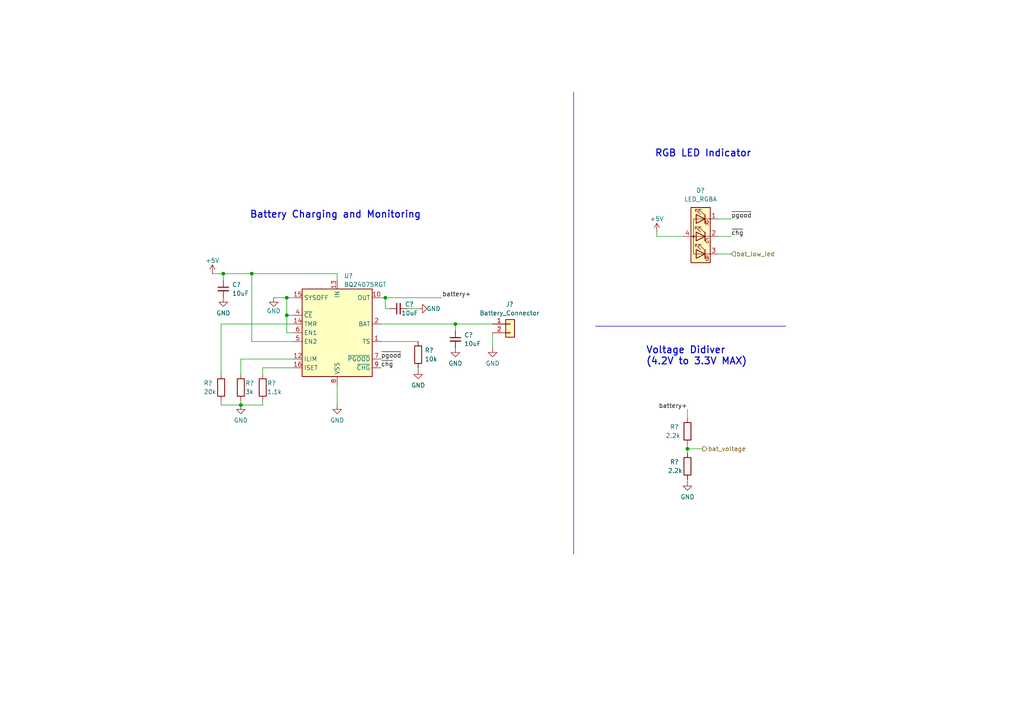
<source format=kicad_sch>
(kicad_sch (version 20230121) (generator eeschema)

  (uuid a55101a6-3077-4bea-b068-7b4484a1d5e7)

  (paper "A4")

  (lib_symbols
    (symbol "BQ24075RGT_1" (in_bom yes) (on_board yes)
      (property "Reference" "U" (at -8.89 13.97 0)
        (effects (font (size 1.27 1.27)) (justify right))
      )
      (property "Value" "BQ24075RGT" (at 16.51 13.97 0)
        (effects (font (size 1.27 1.27)) (justify right))
      )
      (property "Footprint" "Package_DFN_QFN:VQFN-16-1EP_3x3mm_P0.5mm_EP1.6x1.6mm" (at 7.62 -13.97 0)
        (effects (font (size 1.27 1.27)) (justify left) hide)
      )
      (property "Datasheet" "http://www.ti.com/lit/ds/symlink/bq24075.pdf" (at 7.62 5.08 0)
        (effects (font (size 1.27 1.27)) hide)
      )
      (property "ki_keywords" "USB Charger" (at 0 0 0)
        (effects (font (size 1.27 1.27)) hide)
      )
      (property "ki_description" "USB-Friendly Li-Ion Battery Charger and Power-Path Management, VQFN-16" (at 0 0 0)
        (effects (font (size 1.27 1.27)) hide)
      )
      (property "ki_fp_filters" "VQFN*1EP*3x3mm*P0.5mm*" (at 0 0 0)
        (effects (font (size 1.27 1.27)) hide)
      )
      (symbol "BQ24075RGT_1_0_1"
        (rectangle (start -10.16 12.7) (end 10.16 -12.7)
          (stroke (width 0.254) (type default))
          (fill (type background))
        )
      )
      (symbol "BQ24075RGT_1_1_1"
        (pin passive line (at 12.7 -2.54 180) (length 2.54)
          (name "TS" (effects (font (size 1.27 1.27))))
          (number "1" (effects (font (size 1.27 1.27))))
        )
        (pin power_out line (at 12.7 10.16 180) (length 2.54)
          (name "OUT" (effects (font (size 1.27 1.27))))
          (number "10" (effects (font (size 1.27 1.27))))
        )
        (pin passive line (at 12.7 10.16 180) (length 2.54) hide
          (name "OUT" (effects (font (size 1.27 1.27))))
          (number "11" (effects (font (size 1.27 1.27))))
        )
        (pin passive line (at -12.7 -7.62 0) (length 2.54)
          (name "ILIM" (effects (font (size 1.27 1.27))))
          (number "12" (effects (font (size 1.27 1.27))))
        )
        (pin power_in line (at 0 15.24 270) (length 2.54)
          (name "IN" (effects (font (size 1.27 1.27))))
          (number "13" (effects (font (size 1.27 1.27))))
        )
        (pin input line (at -12.7 2.54 0) (length 2.54)
          (name "TMR" (effects (font (size 1.27 1.27))))
          (number "14" (effects (font (size 1.27 1.27))))
        )
        (pin input line (at -12.7 10.16 0) (length 2.54)
          (name "SYSOFF" (effects (font (size 1.27 1.27))))
          (number "15" (effects (font (size 1.27 1.27))))
        )
        (pin passive line (at -12.7 -10.16 0) (length 2.54)
          (name "ISET" (effects (font (size 1.27 1.27))))
          (number "16" (effects (font (size 1.27 1.27))))
        )
        (pin passive line (at 0 -15.24 90) (length 2.54) hide
          (name "VSS" (effects (font (size 1.27 1.27))))
          (number "17" (effects (font (size 1.27 1.27))))
        )
        (pin power_out line (at 12.7 2.54 180) (length 2.54)
          (name "BAT" (effects (font (size 1.27 1.27))))
          (number "2" (effects (font (size 1.27 1.27))))
        )
        (pin passive line (at 12.7 2.54 180) (length 2.54) hide
          (name "BAT" (effects (font (size 1.27 1.27))))
          (number "3" (effects (font (size 1.27 1.27))))
        )
        (pin input line (at -12.7 5.08 0) (length 2.54)
          (name "~{CE}" (effects (font (size 1.27 1.27))))
          (number "4" (effects (font (size 1.27 1.27))))
        )
        (pin input line (at -12.7 -2.54 0) (length 2.54)
          (name "EN2" (effects (font (size 1.27 1.27))))
          (number "5" (effects (font (size 1.27 1.27))))
        )
        (pin input line (at -12.7 0 0) (length 2.54)
          (name "EN1" (effects (font (size 1.27 1.27))))
          (number "6" (effects (font (size 1.27 1.27))))
        )
        (pin open_collector line (at 12.7 -7.62 180) (length 2.54)
          (name "~{PGOOD}" (effects (font (size 1.27 1.27))))
          (number "7" (effects (font (size 1.27 1.27))))
        )
        (pin power_in line (at 0 -15.24 90) (length 2.54)
          (name "VSS" (effects (font (size 1.27 1.27))))
          (number "8" (effects (font (size 1.27 1.27))))
        )
        (pin open_collector line (at 12.7 -10.16 180) (length 2.54)
          (name "~{CHG}" (effects (font (size 1.27 1.27))))
          (number "9" (effects (font (size 1.27 1.27))))
        )
      )
    )
    (symbol "Connector_Generic:Conn_01x02" (pin_names (offset 1.016) hide) (in_bom yes) (on_board yes)
      (property "Reference" "J" (at 0 2.54 0)
        (effects (font (size 1.27 1.27)))
      )
      (property "Value" "Conn_01x02" (at 0 -5.08 0)
        (effects (font (size 1.27 1.27)))
      )
      (property "Footprint" "" (at 0 0 0)
        (effects (font (size 1.27 1.27)) hide)
      )
      (property "Datasheet" "~" (at 0 0 0)
        (effects (font (size 1.27 1.27)) hide)
      )
      (property "ki_keywords" "connector" (at 0 0 0)
        (effects (font (size 1.27 1.27)) hide)
      )
      (property "ki_description" "Generic connector, single row, 01x02, script generated (kicad-library-utils/schlib/autogen/connector/)" (at 0 0 0)
        (effects (font (size 1.27 1.27)) hide)
      )
      (property "ki_fp_filters" "Connector*:*_1x??_*" (at 0 0 0)
        (effects (font (size 1.27 1.27)) hide)
      )
      (symbol "Conn_01x02_1_1"
        (rectangle (start -1.27 -2.413) (end 0 -2.667)
          (stroke (width 0.1524) (type default))
          (fill (type none))
        )
        (rectangle (start -1.27 0.127) (end 0 -0.127)
          (stroke (width 0.1524) (type default))
          (fill (type none))
        )
        (rectangle (start -1.27 1.27) (end 1.27 -3.81)
          (stroke (width 0.254) (type default))
          (fill (type background))
        )
        (pin passive line (at -5.08 0 0) (length 3.81)
          (name "Pin_1" (effects (font (size 1.27 1.27))))
          (number "1" (effects (font (size 1.27 1.27))))
        )
        (pin passive line (at -5.08 -2.54 0) (length 3.81)
          (name "Pin_2" (effects (font (size 1.27 1.27))))
          (number "2" (effects (font (size 1.27 1.27))))
        )
      )
    )
    (symbol "Device:C_Small" (pin_numbers hide) (pin_names (offset 0.254) hide) (in_bom yes) (on_board yes)
      (property "Reference" "C" (at 0.254 1.778 0)
        (effects (font (size 1.27 1.27)) (justify left))
      )
      (property "Value" "C_Small" (at 0.254 -2.032 0)
        (effects (font (size 1.27 1.27)) (justify left))
      )
      (property "Footprint" "" (at 0 0 0)
        (effects (font (size 1.27 1.27)) hide)
      )
      (property "Datasheet" "~" (at 0 0 0)
        (effects (font (size 1.27 1.27)) hide)
      )
      (property "ki_keywords" "capacitor cap" (at 0 0 0)
        (effects (font (size 1.27 1.27)) hide)
      )
      (property "ki_description" "Unpolarized capacitor, small symbol" (at 0 0 0)
        (effects (font (size 1.27 1.27)) hide)
      )
      (property "ki_fp_filters" "C_*" (at 0 0 0)
        (effects (font (size 1.27 1.27)) hide)
      )
      (symbol "C_Small_0_1"
        (polyline
          (pts
            (xy -1.524 -0.508)
            (xy 1.524 -0.508)
          )
          (stroke (width 0.3302) (type default))
          (fill (type none))
        )
        (polyline
          (pts
            (xy -1.524 0.508)
            (xy 1.524 0.508)
          )
          (stroke (width 0.3048) (type default))
          (fill (type none))
        )
      )
      (symbol "C_Small_1_1"
        (pin passive line (at 0 2.54 270) (length 2.032)
          (name "~" (effects (font (size 1.27 1.27))))
          (number "1" (effects (font (size 1.27 1.27))))
        )
        (pin passive line (at 0 -2.54 90) (length 2.032)
          (name "~" (effects (font (size 1.27 1.27))))
          (number "2" (effects (font (size 1.27 1.27))))
        )
      )
    )
    (symbol "Device:LED_RGBA" (pin_names (offset 0) hide) (in_bom yes) (on_board yes)
      (property "Reference" "D" (at 0 9.398 0)
        (effects (font (size 1.27 1.27)))
      )
      (property "Value" "LED_RGBA" (at 0 -8.89 0)
        (effects (font (size 1.27 1.27)))
      )
      (property "Footprint" "" (at 0 -1.27 0)
        (effects (font (size 1.27 1.27)) hide)
      )
      (property "Datasheet" "~" (at 0 -1.27 0)
        (effects (font (size 1.27 1.27)) hide)
      )
      (property "ki_keywords" "LED RGB diode" (at 0 0 0)
        (effects (font (size 1.27 1.27)) hide)
      )
      (property "ki_description" "RGB LED, red/green/blue/anode" (at 0 0 0)
        (effects (font (size 1.27 1.27)) hide)
      )
      (property "ki_fp_filters" "LED* LED_SMD:* LED_THT:*" (at 0 0 0)
        (effects (font (size 1.27 1.27)) hide)
      )
      (symbol "LED_RGBA_0_0"
        (text "B" (at -1.905 -6.35 0)
          (effects (font (size 1.27 1.27)))
        )
        (text "G" (at -1.905 -1.27 0)
          (effects (font (size 1.27 1.27)))
        )
        (text "R" (at -1.905 3.81 0)
          (effects (font (size 1.27 1.27)))
        )
      )
      (symbol "LED_RGBA_0_1"
        (polyline
          (pts
            (xy -1.27 -5.08)
            (xy -2.54 -5.08)
          )
          (stroke (width 0) (type default))
          (fill (type none))
        )
        (polyline
          (pts
            (xy -1.27 -5.08)
            (xy 1.27 -5.08)
          )
          (stroke (width 0) (type default))
          (fill (type none))
        )
        (polyline
          (pts
            (xy -1.27 -3.81)
            (xy -1.27 -6.35)
          )
          (stroke (width 0.254) (type default))
          (fill (type none))
        )
        (polyline
          (pts
            (xy -1.27 0)
            (xy -2.54 0)
          )
          (stroke (width 0) (type default))
          (fill (type none))
        )
        (polyline
          (pts
            (xy -1.27 1.27)
            (xy -1.27 -1.27)
          )
          (stroke (width 0.254) (type default))
          (fill (type none))
        )
        (polyline
          (pts
            (xy -1.27 5.08)
            (xy -2.54 5.08)
          )
          (stroke (width 0) (type default))
          (fill (type none))
        )
        (polyline
          (pts
            (xy -1.27 5.08)
            (xy 1.27 5.08)
          )
          (stroke (width 0) (type default))
          (fill (type none))
        )
        (polyline
          (pts
            (xy -1.27 6.35)
            (xy -1.27 3.81)
          )
          (stroke (width 0.254) (type default))
          (fill (type none))
        )
        (polyline
          (pts
            (xy 1.27 0)
            (xy -1.27 0)
          )
          (stroke (width 0) (type default))
          (fill (type none))
        )
        (polyline
          (pts
            (xy 1.27 0)
            (xy 2.54 0)
          )
          (stroke (width 0) (type default))
          (fill (type none))
        )
        (polyline
          (pts
            (xy -1.27 1.27)
            (xy -1.27 -1.27)
            (xy -1.27 -1.27)
          )
          (stroke (width 0) (type default))
          (fill (type none))
        )
        (polyline
          (pts
            (xy -1.27 6.35)
            (xy -1.27 3.81)
            (xy -1.27 3.81)
          )
          (stroke (width 0) (type default))
          (fill (type none))
        )
        (polyline
          (pts
            (xy 1.27 -5.08)
            (xy 2.032 -5.08)
            (xy 2.032 5.08)
            (xy 1.27 5.08)
          )
          (stroke (width 0) (type default))
          (fill (type none))
        )
        (polyline
          (pts
            (xy 1.27 -3.81)
            (xy 1.27 -6.35)
            (xy -1.27 -5.08)
            (xy 1.27 -3.81)
          )
          (stroke (width 0.254) (type default))
          (fill (type none))
        )
        (polyline
          (pts
            (xy 1.27 1.27)
            (xy 1.27 -1.27)
            (xy -1.27 0)
            (xy 1.27 1.27)
          )
          (stroke (width 0.254) (type default))
          (fill (type none))
        )
        (polyline
          (pts
            (xy 1.27 6.35)
            (xy 1.27 3.81)
            (xy -1.27 5.08)
            (xy 1.27 6.35)
          )
          (stroke (width 0.254) (type default))
          (fill (type none))
        )
        (polyline
          (pts
            (xy -1.016 -3.81)
            (xy 0.508 -2.286)
            (xy -0.254 -2.286)
            (xy 0.508 -2.286)
            (xy 0.508 -3.048)
          )
          (stroke (width 0) (type default))
          (fill (type none))
        )
        (polyline
          (pts
            (xy -1.016 1.27)
            (xy 0.508 2.794)
            (xy -0.254 2.794)
            (xy 0.508 2.794)
            (xy 0.508 2.032)
          )
          (stroke (width 0) (type default))
          (fill (type none))
        )
        (polyline
          (pts
            (xy -1.016 6.35)
            (xy 0.508 7.874)
            (xy -0.254 7.874)
            (xy 0.508 7.874)
            (xy 0.508 7.112)
          )
          (stroke (width 0) (type default))
          (fill (type none))
        )
        (polyline
          (pts
            (xy 0 -3.81)
            (xy 1.524 -2.286)
            (xy 0.762 -2.286)
            (xy 1.524 -2.286)
            (xy 1.524 -3.048)
          )
          (stroke (width 0) (type default))
          (fill (type none))
        )
        (polyline
          (pts
            (xy 0 1.27)
            (xy 1.524 2.794)
            (xy 0.762 2.794)
            (xy 1.524 2.794)
            (xy 1.524 2.032)
          )
          (stroke (width 0) (type default))
          (fill (type none))
        )
        (polyline
          (pts
            (xy 0 6.35)
            (xy 1.524 7.874)
            (xy 0.762 7.874)
            (xy 1.524 7.874)
            (xy 1.524 7.112)
          )
          (stroke (width 0) (type default))
          (fill (type none))
        )
        (rectangle (start 1.27 -1.27) (end 1.27 1.27)
          (stroke (width 0) (type default))
          (fill (type none))
        )
        (rectangle (start 1.27 1.27) (end 1.27 1.27)
          (stroke (width 0) (type default))
          (fill (type none))
        )
        (rectangle (start 1.27 3.81) (end 1.27 6.35)
          (stroke (width 0) (type default))
          (fill (type none))
        )
        (rectangle (start 1.27 6.35) (end 1.27 6.35)
          (stroke (width 0) (type default))
          (fill (type none))
        )
        (circle (center 2.032 0) (radius 0.254)
          (stroke (width 0) (type default))
          (fill (type outline))
        )
        (rectangle (start 2.794 8.382) (end -2.794 -7.62)
          (stroke (width 0.254) (type default))
          (fill (type background))
        )
      )
      (symbol "LED_RGBA_1_1"
        (pin passive line (at -5.08 5.08 0) (length 2.54)
          (name "RK" (effects (font (size 1.27 1.27))))
          (number "1" (effects (font (size 1.27 1.27))))
        )
        (pin passive line (at -5.08 0 0) (length 2.54)
          (name "GK" (effects (font (size 1.27 1.27))))
          (number "2" (effects (font (size 1.27 1.27))))
        )
        (pin passive line (at -5.08 -5.08 0) (length 2.54)
          (name "BK" (effects (font (size 1.27 1.27))))
          (number "3" (effects (font (size 1.27 1.27))))
        )
        (pin passive line (at 5.08 0 180) (length 2.54)
          (name "A" (effects (font (size 1.27 1.27))))
          (number "4" (effects (font (size 1.27 1.27))))
        )
      )
    )
    (symbol "Device:R" (pin_numbers hide) (pin_names (offset 0)) (in_bom yes) (on_board yes)
      (property "Reference" "R" (at 2.032 0 90)
        (effects (font (size 1.27 1.27)))
      )
      (property "Value" "R" (at 0 0 90)
        (effects (font (size 1.27 1.27)))
      )
      (property "Footprint" "" (at -1.778 0 90)
        (effects (font (size 1.27 1.27)) hide)
      )
      (property "Datasheet" "~" (at 0 0 0)
        (effects (font (size 1.27 1.27)) hide)
      )
      (property "ki_keywords" "R res resistor" (at 0 0 0)
        (effects (font (size 1.27 1.27)) hide)
      )
      (property "ki_description" "Resistor" (at 0 0 0)
        (effects (font (size 1.27 1.27)) hide)
      )
      (property "ki_fp_filters" "R_*" (at 0 0 0)
        (effects (font (size 1.27 1.27)) hide)
      )
      (symbol "R_0_1"
        (rectangle (start -1.016 -2.54) (end 1.016 2.54)
          (stroke (width 0.254) (type default))
          (fill (type none))
        )
      )
      (symbol "R_1_1"
        (pin passive line (at 0 3.81 270) (length 1.27)
          (name "~" (effects (font (size 1.27 1.27))))
          (number "1" (effects (font (size 1.27 1.27))))
        )
        (pin passive line (at 0 -3.81 90) (length 1.27)
          (name "~" (effects (font (size 1.27 1.27))))
          (number "2" (effects (font (size 1.27 1.27))))
        )
      )
    )
    (symbol "power:+5V" (power) (pin_names (offset 0)) (in_bom yes) (on_board yes)
      (property "Reference" "#PWR" (at 0 -3.81 0)
        (effects (font (size 1.27 1.27)) hide)
      )
      (property "Value" "+5V" (at 0 3.556 0)
        (effects (font (size 1.27 1.27)))
      )
      (property "Footprint" "" (at 0 0 0)
        (effects (font (size 1.27 1.27)) hide)
      )
      (property "Datasheet" "" (at 0 0 0)
        (effects (font (size 1.27 1.27)) hide)
      )
      (property "ki_keywords" "global power" (at 0 0 0)
        (effects (font (size 1.27 1.27)) hide)
      )
      (property "ki_description" "Power symbol creates a global label with name \"+5V\"" (at 0 0 0)
        (effects (font (size 1.27 1.27)) hide)
      )
      (symbol "+5V_0_1"
        (polyline
          (pts
            (xy -0.762 1.27)
            (xy 0 2.54)
          )
          (stroke (width 0) (type default))
          (fill (type none))
        )
        (polyline
          (pts
            (xy 0 0)
            (xy 0 2.54)
          )
          (stroke (width 0) (type default))
          (fill (type none))
        )
        (polyline
          (pts
            (xy 0 2.54)
            (xy 0.762 1.27)
          )
          (stroke (width 0) (type default))
          (fill (type none))
        )
      )
      (symbol "+5V_1_1"
        (pin power_in line (at 0 0 90) (length 0) hide
          (name "+5V" (effects (font (size 1.27 1.27))))
          (number "1" (effects (font (size 1.27 1.27))))
        )
      )
    )
    (symbol "power:GND" (power) (pin_names (offset 0)) (in_bom yes) (on_board yes)
      (property "Reference" "#PWR" (at 0 -6.35 0)
        (effects (font (size 1.27 1.27)) hide)
      )
      (property "Value" "GND" (at 0 -3.81 0)
        (effects (font (size 1.27 1.27)))
      )
      (property "Footprint" "" (at 0 0 0)
        (effects (font (size 1.27 1.27)) hide)
      )
      (property "Datasheet" "" (at 0 0 0)
        (effects (font (size 1.27 1.27)) hide)
      )
      (property "ki_keywords" "global power" (at 0 0 0)
        (effects (font (size 1.27 1.27)) hide)
      )
      (property "ki_description" "Power symbol creates a global label with name \"GND\" , ground" (at 0 0 0)
        (effects (font (size 1.27 1.27)) hide)
      )
      (symbol "GND_0_1"
        (polyline
          (pts
            (xy 0 0)
            (xy 0 -1.27)
            (xy 1.27 -1.27)
            (xy 0 -2.54)
            (xy -1.27 -1.27)
            (xy 0 -1.27)
          )
          (stroke (width 0) (type default))
          (fill (type none))
        )
      )
      (symbol "GND_1_1"
        (pin power_in line (at 0 0 270) (length 0) hide
          (name "GND" (effects (font (size 1.27 1.27))))
          (number "1" (effects (font (size 1.27 1.27))))
        )
      )
    )
  )

  (junction (at 83.185 91.44) (diameter 0) (color 0 0 0 0)
    (uuid 06a311a0-08df-4172-9316-0b6ad4ffa1a6)
  )
  (junction (at 199.39 130.175) (diameter 0) (color 0 0 0 0)
    (uuid 72d50acc-af96-4664-895c-7e40e4bec8e5)
  )
  (junction (at 111.76 86.36) (diameter 0) (color 0 0 0 0)
    (uuid 8f190e7f-24e9-4580-86cc-2be7cc5656d7)
  )
  (junction (at 69.85 117.475) (diameter 0) (color 0 0 0 0)
    (uuid 932c0f1b-e8f9-4dee-960e-b95837c99a01)
  )
  (junction (at 64.77 79.375) (diameter 0) (color 0 0 0 0)
    (uuid 9eebcfa9-42d2-48e1-9d91-f98f131e6272)
  )
  (junction (at 83.185 86.36) (diameter 0) (color 0 0 0 0)
    (uuid ac120eab-0c01-4b21-95b1-f0a5b1d699b4)
  )
  (junction (at 73.025 79.375) (diameter 0) (color 0 0 0 0)
    (uuid d6577608-8ae7-4eb8-81bc-e5d104a9e92c)
  )
  (junction (at 132.08 93.98) (diameter 0) (color 0 0 0 0)
    (uuid f0d1f629-c2bb-438b-ad53-01eed0ad6051)
  )

  (wire (pts (xy 79.375 86.36) (xy 83.185 86.36))
    (stroke (width 0) (type default))
    (uuid 078eaa42-26d4-4532-97da-a68f433714e5)
  )
  (wire (pts (xy 97.79 79.375) (xy 97.79 81.28))
    (stroke (width 0) (type default))
    (uuid 09f466ce-f261-47e8-9b90-2b80770fbef6)
  )
  (wire (pts (xy 132.08 95.885) (xy 132.08 93.98))
    (stroke (width 0) (type default))
    (uuid 0ab80275-95dc-459c-af43-8d956bfbaef6)
  )
  (polyline (pts (xy 166.37 26.67) (xy 166.37 160.655))
    (stroke (width 0) (type default))
    (uuid 13354173-2997-4a9f-a5c7-ed5c71cdc323)
  )

  (wire (pts (xy 85.09 86.36) (xy 83.185 86.36))
    (stroke (width 0) (type default))
    (uuid 13e75bfd-bf97-4984-b14f-e716b28d969f)
  )
  (wire (pts (xy 113.03 89.535) (xy 111.76 89.535))
    (stroke (width 0) (type default))
    (uuid 1bdde35e-c8a4-431f-9ae3-9d6a7dc2c298)
  )
  (wire (pts (xy 199.39 130.175) (xy 203.835 130.175))
    (stroke (width 0) (type default))
    (uuid 2496cb56-10ca-4dfb-a165-7906e0ac8581)
  )
  (wire (pts (xy 212.09 63.5) (xy 208.28 63.5))
    (stroke (width 0) (type default))
    (uuid 26946cb6-baf9-4b7b-8188-2519815bb0b2)
  )
  (wire (pts (xy 83.185 91.44) (xy 83.185 96.52))
    (stroke (width 0) (type default))
    (uuid 2a87a87c-7e42-44ee-984e-fc2d519f5fd5)
  )
  (wire (pts (xy 83.185 91.44) (xy 85.09 91.44))
    (stroke (width 0) (type default))
    (uuid 32b825bf-0488-4bfb-8b17-b01dad475a9b)
  )
  (wire (pts (xy 76.2 106.68) (xy 76.2 108.585))
    (stroke (width 0) (type default))
    (uuid 35c7b82a-3669-4fd3-bcee-05bcf4e8347a)
  )
  (wire (pts (xy 64.77 79.375) (xy 73.025 79.375))
    (stroke (width 0) (type default))
    (uuid 3817ad66-74da-4a86-b30d-b91d9b2d5a3e)
  )
  (wire (pts (xy 76.2 117.475) (xy 76.2 116.205))
    (stroke (width 0) (type default))
    (uuid 4466ac05-f1be-4aad-908d-77aa31b86641)
  )
  (wire (pts (xy 212.09 68.58) (xy 208.28 68.58))
    (stroke (width 0) (type default))
    (uuid 561dc0b1-ca86-4ce9-a30c-ef17810cd974)
  )
  (polyline (pts (xy 172.72 94.615) (xy 227.965 94.615))
    (stroke (width 0) (type default))
    (uuid 5a5d690a-ab8b-4b17-98ed-714f90b780b2)
  )

  (wire (pts (xy 83.185 96.52) (xy 85.09 96.52))
    (stroke (width 0) (type default))
    (uuid 5d03c157-5594-461c-8dee-a17c5af6a0e0)
  )
  (wire (pts (xy 97.79 117.475) (xy 97.79 111.76))
    (stroke (width 0) (type default))
    (uuid 5e5a4f37-0de5-41b4-a2b2-47e434457132)
  )
  (wire (pts (xy 121.285 107.315) (xy 121.285 106.68))
    (stroke (width 0) (type default))
    (uuid 614b631b-103a-4622-999c-608ab0cc3857)
  )
  (wire (pts (xy 69.85 117.475) (xy 76.2 117.475))
    (stroke (width 0) (type default))
    (uuid 643d0c8a-59d1-4186-9dc3-08198e0ee976)
  )
  (wire (pts (xy 61.595 79.375) (xy 64.77 79.375))
    (stroke (width 0) (type default))
    (uuid 7d838f83-978b-46d2-8def-3c3cc71c602a)
  )
  (wire (pts (xy 199.39 118.745) (xy 199.39 121.285))
    (stroke (width 0) (type default))
    (uuid 82605f04-439b-44b6-878f-d7f00ebd0dbe)
  )
  (wire (pts (xy 69.85 108.585) (xy 69.85 104.14))
    (stroke (width 0) (type default))
    (uuid 831d1553-57dc-4c4d-be30-1e22b816c365)
  )
  (wire (pts (xy 85.09 106.68) (xy 76.2 106.68))
    (stroke (width 0) (type default))
    (uuid 859f1d2e-ef1a-465b-b2fd-75c432626384)
  )
  (wire (pts (xy 190.5 68.58) (xy 198.12 68.58))
    (stroke (width 0) (type default))
    (uuid 8fbf7f26-3380-47ce-9807-b6f8d421876c)
  )
  (wire (pts (xy 110.49 86.36) (xy 111.76 86.36))
    (stroke (width 0) (type default))
    (uuid 944acba4-1617-4c8e-acdc-c7089b731f07)
  )
  (wire (pts (xy 83.185 86.36) (xy 83.185 91.44))
    (stroke (width 0) (type default))
    (uuid 954286ec-7460-4ebd-9e9a-18e74d7a3270)
  )
  (wire (pts (xy 111.76 89.535) (xy 111.76 86.36))
    (stroke (width 0) (type default))
    (uuid 9e290873-f636-45a2-a759-733be6c1be6f)
  )
  (wire (pts (xy 121.285 89.535) (xy 118.11 89.535))
    (stroke (width 0) (type default))
    (uuid 9e3bd742-63a1-4139-9e1a-59e6e563e56e)
  )
  (wire (pts (xy 142.875 96.52) (xy 142.875 100.965))
    (stroke (width 0) (type default))
    (uuid a2b68575-21a6-4a14-93b8-17a8097760ec)
  )
  (wire (pts (xy 69.85 104.14) (xy 85.09 104.14))
    (stroke (width 0) (type default))
    (uuid a6513d6e-5cb2-4675-ac87-27e73fc906e6)
  )
  (wire (pts (xy 132.08 93.98) (xy 142.875 93.98))
    (stroke (width 0) (type default))
    (uuid add332db-7820-4d15-9bac-e118d87a14fc)
  )
  (wire (pts (xy 64.135 117.475) (xy 64.135 116.205))
    (stroke (width 0) (type default))
    (uuid b3ec7e26-f70e-4f28-8fb5-9539f80b8409)
  )
  (wire (pts (xy 73.025 79.375) (xy 97.79 79.375))
    (stroke (width 0) (type default))
    (uuid b8445e22-0617-4e9f-a05c-359d9c7da80e)
  )
  (wire (pts (xy 199.39 128.905) (xy 199.39 130.175))
    (stroke (width 0) (type default))
    (uuid bde5e933-7517-4c7a-a51e-0b8e4885e368)
  )
  (wire (pts (xy 64.135 93.98) (xy 64.135 108.585))
    (stroke (width 0) (type default))
    (uuid c29b27c5-53c2-4d73-b461-2fba34efe8e2)
  )
  (wire (pts (xy 199.39 139.7) (xy 199.39 139.065))
    (stroke (width 0) (type default))
    (uuid c508af33-3413-4d79-a4e5-0f19d8e193f6)
  )
  (wire (pts (xy 111.76 86.36) (xy 128.27 86.36))
    (stroke (width 0) (type default))
    (uuid cc9e1eea-96dc-420a-ab0c-a452e391b8b4)
  )
  (wire (pts (xy 69.85 116.205) (xy 69.85 117.475))
    (stroke (width 0) (type default))
    (uuid cdbf85c5-84dd-45b9-9383-7febbd2859e3)
  )
  (wire (pts (xy 64.77 81.28) (xy 64.77 79.375))
    (stroke (width 0) (type default))
    (uuid ce1df6fc-31e7-41c3-8114-195d287840af)
  )
  (wire (pts (xy 199.39 130.175) (xy 199.39 131.445))
    (stroke (width 0) (type default))
    (uuid db7fee65-0186-4046-8e12-8b8672b51e06)
  )
  (wire (pts (xy 208.28 73.66) (xy 212.09 73.66))
    (stroke (width 0) (type default))
    (uuid e3b6686a-689b-4cc0-bd45-f5917dd2ce95)
  )
  (wire (pts (xy 110.49 93.98) (xy 132.08 93.98))
    (stroke (width 0) (type default))
    (uuid e57edae4-6494-4290-ac25-b8fa716cc75f)
  )
  (wire (pts (xy 64.135 117.475) (xy 69.85 117.475))
    (stroke (width 0) (type default))
    (uuid ee10e932-4294-4bbb-b1d8-22d228808a09)
  )
  (wire (pts (xy 85.09 99.06) (xy 73.025 99.06))
    (stroke (width 0) (type default))
    (uuid ef8c336d-28dd-4ba5-a946-5a7bf5f5a19b)
  )
  (wire (pts (xy 73.025 99.06) (xy 73.025 79.375))
    (stroke (width 0) (type default))
    (uuid f0ab44f1-5f13-4f60-ba75-215742c4f26e)
  )
  (wire (pts (xy 190.5 67.31) (xy 190.5 68.58))
    (stroke (width 0) (type default))
    (uuid f237dea5-c9a4-4577-8aa4-85979f3bf981)
  )
  (wire (pts (xy 110.49 99.06) (xy 121.285 99.06))
    (stroke (width 0) (type default))
    (uuid fb9890bd-56a3-4674-9591-0120cb1e158a)
  )
  (wire (pts (xy 85.09 93.98) (xy 64.135 93.98))
    (stroke (width 0) (type default))
    (uuid fdbb91b2-761d-44fc-8c47-27682e20889b)
  )

  (text "RGB LED Indicator" (at 189.865 45.72 0)
    (effects (font (size 2 2) (thickness 0.3) bold) (justify left bottom))
    (uuid 2216f9f1-9c11-4bf6-9f42-dc2b8cc7a5ff)
  )
  (text "Voltage Didiver\n(4.2V to 3.3V MAX)" (at 187.325 106.045 0)
    (effects (font (size 2 2) (thickness 0.3) bold) (justify left bottom))
    (uuid 8ea78e38-9773-4e43-ad14-fdd3081fb7cf)
  )
  (text "Battery Charging and Monitoring" (at 72.39 63.5 0)
    (effects (font (size 2 2) (thickness 0.3) bold) (justify left bottom))
    (uuid c60805fc-9399-49f1-b39a-2fe516a09271)
  )

  (label "~{chg}" (at 110.49 106.68 0) (fields_autoplaced)
    (effects (font (size 1.27 1.27)) (justify left bottom))
    (uuid 380f9150-e0fb-4eaa-98d2-b45ccac5e43c)
  )
  (label "~{chg}" (at 212.09 68.58 0) (fields_autoplaced)
    (effects (font (size 1.27 1.27)) (justify left bottom))
    (uuid 5413ad00-60c4-474b-9779-4ab627faa375)
  )
  (label "battery+" (at 199.39 118.745 180) (fields_autoplaced)
    (effects (font (size 1.27 1.27)) (justify right bottom))
    (uuid 54e2f2bd-ff5f-4d65-ae9e-9731fb41aeae)
  )
  (label "battery+" (at 128.27 86.36 0) (fields_autoplaced)
    (effects (font (size 1.27 1.27)) (justify left bottom))
    (uuid 6ff9d833-398f-41fc-91ff-1295444b9334)
  )
  (label "~{pgood}" (at 110.49 104.14 0) (fields_autoplaced)
    (effects (font (size 1.27 1.27)) (justify left bottom))
    (uuid 9cc4393a-098b-4607-87c3-fc0e7ffe053e)
  )
  (label "~{pgood}" (at 212.09 63.5 0) (fields_autoplaced)
    (effects (font (size 1.27 1.27)) (justify left bottom))
    (uuid a0276537-a3d6-413f-96d4-2c1af4bbd078)
  )

  (hierarchical_label "bat_low_led" (shape input) (at 212.09 73.66 0) (fields_autoplaced)
    (effects (font (size 1.27 1.27)) (justify left))
    (uuid 4aea99d6-41ea-474b-b4f8-a93f32751cba)
  )
  (hierarchical_label "bat_voltage" (shape output) (at 203.835 130.175 0) (fields_autoplaced)
    (effects (font (size 1.27 1.27)) (justify left))
    (uuid ee366671-3a6b-4c22-b608-4d08fc6651a4)
  )

  (symbol (lib_id "power:GND") (at 121.285 89.535 90) (unit 1)
    (in_bom yes) (on_board yes) (dnp no)
    (uuid 009aac1e-5c56-4f83-91c7-b9e3562b4a5c)
    (property "Reference" "#PWR?" (at 127.635 89.535 0)
      (effects (font (size 1.27 1.27)) hide)
    )
    (property "Value" "GND" (at 125.73 89.535 90)
      (effects (font (size 1.27 1.27)))
    )
    (property "Footprint" "" (at 121.285 89.535 0)
      (effects (font (size 1.27 1.27)) hide)
    )
    (property "Datasheet" "" (at 121.285 89.535 0)
      (effects (font (size 1.27 1.27)) hide)
    )
    (pin "1" (uuid 44d2fa8e-8874-4911-8cc6-c964b52ef38f))
    (instances
      (project "Hapty"
        (path "/6956d5b6-c4e4-494f-ad33-929668a150f2/9d7551c4-2ace-4c7d-b440-35f584b50335"
          (reference "#PWR?") (unit 1)
        )
        (path "/6956d5b6-c4e4-494f-ad33-929668a150f2/9d7551c4-2ace-4c7d-b440-35f584b50335/a40c7496-c438-4990-83e5-dcb3b451ab64"
          (reference "#PWR035") (unit 1)
        )
      )
    )
  )

  (symbol (lib_id "Device:R") (at 69.85 112.395 0) (unit 1)
    (in_bom yes) (on_board yes) (dnp no)
    (uuid 1140ea6f-1825-4081-9a78-6d7cb7fa12c5)
    (property "Reference" "R?" (at 71.12 111.125 0)
      (effects (font (size 1.27 1.27)) (justify left))
    )
    (property "Value" "3k" (at 71.12 113.665 0)
      (effects (font (size 1.27 1.27)) (justify left))
    )
    (property "Footprint" "Resistor_SMD:R_0603_1608Metric" (at 68.072 112.395 90)
      (effects (font (size 1.27 1.27)) hide)
    )
    (property "Datasheet" "~" (at 69.85 112.395 0)
      (effects (font (size 1.27 1.27)) hide)
    )
    (property "MPN" "0603WAF3001T5E" (at 69.85 112.395 0)
      (effects (font (size 1.27 1.27)) hide)
    )
    (pin "1" (uuid 32456ad9-c834-4ec7-9896-ef83d317e7be))
    (pin "2" (uuid aa77ee7d-1bd5-4bc9-98ca-f76fd60ff7ae))
    (instances
      (project "Hapty"
        (path "/6956d5b6-c4e4-494f-ad33-929668a150f2/9d7551c4-2ace-4c7d-b440-35f584b50335"
          (reference "R?") (unit 1)
        )
        (path "/6956d5b6-c4e4-494f-ad33-929668a150f2/9d7551c4-2ace-4c7d-b440-35f584b50335/a40c7496-c438-4990-83e5-dcb3b451ab64"
          (reference "R7") (unit 1)
        )
      )
    )
  )

  (symbol (lib_id "power:GND") (at 132.08 100.965 0) (unit 1)
    (in_bom yes) (on_board yes) (dnp no) (fields_autoplaced)
    (uuid 25dffacf-6490-4033-bac2-77d3bd960dca)
    (property "Reference" "#PWR?" (at 132.08 107.315 0)
      (effects (font (size 1.27 1.27)) hide)
    )
    (property "Value" "GND" (at 132.08 105.41 0)
      (effects (font (size 1.27 1.27)))
    )
    (property "Footprint" "" (at 132.08 100.965 0)
      (effects (font (size 1.27 1.27)) hide)
    )
    (property "Datasheet" "" (at 132.08 100.965 0)
      (effects (font (size 1.27 1.27)) hide)
    )
    (pin "1" (uuid 78f0d586-6367-4568-9230-4594692b8f5d))
    (instances
      (project "Hapty"
        (path "/6956d5b6-c4e4-494f-ad33-929668a150f2/9d7551c4-2ace-4c7d-b440-35f584b50335"
          (reference "#PWR?") (unit 1)
        )
        (path "/6956d5b6-c4e4-494f-ad33-929668a150f2/9d7551c4-2ace-4c7d-b440-35f584b50335/a40c7496-c438-4990-83e5-dcb3b451ab64"
          (reference "#PWR037") (unit 1)
        )
      )
    )
  )

  (symbol (lib_id "power:GND") (at 79.375 86.36 0) (unit 1)
    (in_bom yes) (on_board yes) (dnp no)
    (uuid 26d6b6d9-dfaf-4121-8382-8a045de0f3c0)
    (property "Reference" "#PWR?" (at 79.375 92.71 0)
      (effects (font (size 1.27 1.27)) hide)
    )
    (property "Value" "GND" (at 79.375 90.17 0)
      (effects (font (size 1.27 1.27)))
    )
    (property "Footprint" "" (at 79.375 86.36 0)
      (effects (font (size 1.27 1.27)) hide)
    )
    (property "Datasheet" "" (at 79.375 86.36 0)
      (effects (font (size 1.27 1.27)) hide)
    )
    (pin "1" (uuid fca4300c-5307-4d59-834e-97c64c0c582a))
    (instances
      (project "Hapty"
        (path "/6956d5b6-c4e4-494f-ad33-929668a150f2/9d7551c4-2ace-4c7d-b440-35f584b50335"
          (reference "#PWR?") (unit 1)
        )
        (path "/6956d5b6-c4e4-494f-ad33-929668a150f2/9d7551c4-2ace-4c7d-b440-35f584b50335/a40c7496-c438-4990-83e5-dcb3b451ab64"
          (reference "#PWR033") (unit 1)
        )
      )
    )
  )

  (symbol (lib_id "power:GND") (at 69.85 117.475 0) (unit 1)
    (in_bom yes) (on_board yes) (dnp no) (fields_autoplaced)
    (uuid 28f05f56-d7dc-445c-a938-40c2a01951bd)
    (property "Reference" "#PWR?" (at 69.85 123.825 0)
      (effects (font (size 1.27 1.27)) hide)
    )
    (property "Value" "GND" (at 69.85 121.92 0)
      (effects (font (size 1.27 1.27)))
    )
    (property "Footprint" "" (at 69.85 117.475 0)
      (effects (font (size 1.27 1.27)) hide)
    )
    (property "Datasheet" "" (at 69.85 117.475 0)
      (effects (font (size 1.27 1.27)) hide)
    )
    (pin "1" (uuid a7d1fd2a-6725-469a-8e66-770f73133096))
    (instances
      (project "Hapty"
        (path "/6956d5b6-c4e4-494f-ad33-929668a150f2/9d7551c4-2ace-4c7d-b440-35f584b50335"
          (reference "#PWR?") (unit 1)
        )
        (path "/6956d5b6-c4e4-494f-ad33-929668a150f2/9d7551c4-2ace-4c7d-b440-35f584b50335/a40c7496-c438-4990-83e5-dcb3b451ab64"
          (reference "#PWR032") (unit 1)
        )
      )
    )
  )

  (symbol (lib_id "power:GND") (at 142.875 100.965 0) (unit 1)
    (in_bom yes) (on_board yes) (dnp no) (fields_autoplaced)
    (uuid 3af24fe4-05cf-4c62-a784-928ec00507c5)
    (property "Reference" "#PWR?" (at 142.875 107.315 0)
      (effects (font (size 1.27 1.27)) hide)
    )
    (property "Value" "GND" (at 142.875 105.41 0)
      (effects (font (size 1.27 1.27)))
    )
    (property "Footprint" "" (at 142.875 100.965 0)
      (effects (font (size 1.27 1.27)) hide)
    )
    (property "Datasheet" "" (at 142.875 100.965 0)
      (effects (font (size 1.27 1.27)) hide)
    )
    (pin "1" (uuid 122e917c-75d2-4a4e-923b-c46ad9950db7))
    (instances
      (project "Hapty"
        (path "/6956d5b6-c4e4-494f-ad33-929668a150f2/9d7551c4-2ace-4c7d-b440-35f584b50335"
          (reference "#PWR?") (unit 1)
        )
        (path "/6956d5b6-c4e4-494f-ad33-929668a150f2/9d7551c4-2ace-4c7d-b440-35f584b50335/a40c7496-c438-4990-83e5-dcb3b451ab64"
          (reference "#PWR038") (unit 1)
        )
      )
    )
  )

  (symbol (lib_id "Device:R") (at 64.135 112.395 0) (unit 1)
    (in_bom yes) (on_board yes) (dnp no)
    (uuid 41307465-c7af-45a2-b749-c8d09a83640a)
    (property "Reference" "R?" (at 59.055 111.125 0)
      (effects (font (size 1.27 1.27)) (justify left))
    )
    (property "Value" "20k" (at 59.055 113.665 0)
      (effects (font (size 1.27 1.27)) (justify left))
    )
    (property "Footprint" "Resistor_SMD:R_0603_1608Metric" (at 62.357 112.395 90)
      (effects (font (size 1.27 1.27)) hide)
    )
    (property "Datasheet" "~" (at 64.135 112.395 0)
      (effects (font (size 1.27 1.27)) hide)
    )
    (property "MPN" "0603WAF2002T5E" (at 64.135 112.395 0)
      (effects (font (size 1.27 1.27)) hide)
    )
    (pin "1" (uuid 98b4dd7c-89f1-4c66-a8d1-20e941355895))
    (pin "2" (uuid f3c53c27-5b1d-4662-9626-bb3133777f6d))
    (instances
      (project "Hapty"
        (path "/6956d5b6-c4e4-494f-ad33-929668a150f2/9d7551c4-2ace-4c7d-b440-35f584b50335"
          (reference "R?") (unit 1)
        )
        (path "/6956d5b6-c4e4-494f-ad33-929668a150f2/9d7551c4-2ace-4c7d-b440-35f584b50335/a40c7496-c438-4990-83e5-dcb3b451ab64"
          (reference "R6") (unit 1)
        )
      )
    )
  )

  (symbol (lib_id "power:+5V") (at 61.595 79.375 0) (unit 1)
    (in_bom yes) (on_board yes) (dnp no)
    (uuid 46a3ed7a-70b8-4236-899e-3c862918c409)
    (property "Reference" "#PWR?" (at 61.595 83.185 0)
      (effects (font (size 1.27 1.27)) hide)
    )
    (property "Value" "+5V" (at 61.595 75.565 0)
      (effects (font (size 1.27 1.27)))
    )
    (property "Footprint" "" (at 61.595 79.375 0)
      (effects (font (size 1.27 1.27)) hide)
    )
    (property "Datasheet" "" (at 61.595 79.375 0)
      (effects (font (size 1.27 1.27)) hide)
    )
    (pin "1" (uuid e9f22ef6-e112-47d8-a6e0-a05b1c9cc027))
    (instances
      (project "Hapty"
        (path "/6956d5b6-c4e4-494f-ad33-929668a150f2/9d7551c4-2ace-4c7d-b440-35f584b50335"
          (reference "#PWR?") (unit 1)
        )
        (path "/6956d5b6-c4e4-494f-ad33-929668a150f2/9d7551c4-2ace-4c7d-b440-35f584b50335/a40c7496-c438-4990-83e5-dcb3b451ab64"
          (reference "#PWR030") (unit 1)
        )
      )
    )
  )

  (symbol (lib_id "power:GND") (at 64.77 86.36 0) (unit 1)
    (in_bom yes) (on_board yes) (dnp no) (fields_autoplaced)
    (uuid 487709f1-2f43-4ad1-acb0-f4c929cbaf50)
    (property "Reference" "#PWR?" (at 64.77 92.71 0)
      (effects (font (size 1.27 1.27)) hide)
    )
    (property "Value" "GND" (at 64.77 90.805 0)
      (effects (font (size 1.27 1.27)))
    )
    (property "Footprint" "" (at 64.77 86.36 0)
      (effects (font (size 1.27 1.27)) hide)
    )
    (property "Datasheet" "" (at 64.77 86.36 0)
      (effects (font (size 1.27 1.27)) hide)
    )
    (pin "1" (uuid 4cf05cdc-702e-480d-8389-3c68824f6bc8))
    (instances
      (project "Hapty"
        (path "/6956d5b6-c4e4-494f-ad33-929668a150f2/9d7551c4-2ace-4c7d-b440-35f584b50335"
          (reference "#PWR?") (unit 1)
        )
        (path "/6956d5b6-c4e4-494f-ad33-929668a150f2/9d7551c4-2ace-4c7d-b440-35f584b50335/a40c7496-c438-4990-83e5-dcb3b451ab64"
          (reference "#PWR031") (unit 1)
        )
      )
    )
  )

  (symbol (lib_id "Device:R") (at 76.2 112.395 0) (unit 1)
    (in_bom yes) (on_board yes) (dnp no)
    (uuid 4b122b5c-0e4a-447b-b930-39e0e25ec225)
    (property "Reference" "R?" (at 77.47 111.125 0)
      (effects (font (size 1.27 1.27)) (justify left))
    )
    (property "Value" "1.1k" (at 77.47 113.665 0)
      (effects (font (size 1.27 1.27)) (justify left))
    )
    (property "Footprint" "Resistor_SMD:R_0603_1608Metric" (at 74.422 112.395 90)
      (effects (font (size 1.27 1.27)) hide)
    )
    (property "Datasheet" "~" (at 76.2 112.395 0)
      (effects (font (size 1.27 1.27)) hide)
    )
    (property "MPN" "0603WAF1101T5E" (at 76.2 112.395 0)
      (effects (font (size 1.27 1.27)) hide)
    )
    (pin "1" (uuid 4dec1888-aa7a-4e3c-bab5-fbd5ac368551))
    (pin "2" (uuid 75a97d2d-873f-49c8-b4c1-ddf3d5649115))
    (instances
      (project "Hapty"
        (path "/6956d5b6-c4e4-494f-ad33-929668a150f2/9d7551c4-2ace-4c7d-b440-35f584b50335"
          (reference "R?") (unit 1)
        )
        (path "/6956d5b6-c4e4-494f-ad33-929668a150f2/9d7551c4-2ace-4c7d-b440-35f584b50335/a40c7496-c438-4990-83e5-dcb3b451ab64"
          (reference "R8") (unit 1)
        )
      )
    )
  )

  (symbol (lib_id "Device:R") (at 199.39 125.095 0) (unit 1)
    (in_bom yes) (on_board yes) (dnp no)
    (uuid 54f6729d-6567-4564-8e08-a99eeb0e836a)
    (property "Reference" "R?" (at 194.31 123.825 0)
      (effects (font (size 1.27 1.27)) (justify left))
    )
    (property "Value" "2.2k" (at 193.04 126.365 0)
      (effects (font (size 1.27 1.27)) (justify left))
    )
    (property "Footprint" "Resistor_SMD:R_0603_1608Metric" (at 197.612 125.095 90)
      (effects (font (size 1.27 1.27)) hide)
    )
    (property "Datasheet" "~" (at 199.39 125.095 0)
      (effects (font (size 1.27 1.27)) hide)
    )
    (property "MPN" "0603WAF2201T5E" (at 199.39 125.095 0)
      (effects (font (size 1.27 1.27)) hide)
    )
    (pin "1" (uuid 721bec51-d381-43f1-8d47-3aa433956198))
    (pin "2" (uuid ea120131-a949-4736-8b5b-999c3f1fdb01))
    (instances
      (project "Hapty"
        (path "/6956d5b6-c4e4-494f-ad33-929668a150f2/9d7551c4-2ace-4c7d-b440-35f584b50335"
          (reference "R?") (unit 1)
        )
        (path "/6956d5b6-c4e4-494f-ad33-929668a150f2/9d7551c4-2ace-4c7d-b440-35f584b50335/a40c7496-c438-4990-83e5-dcb3b451ab64"
          (reference "R10") (unit 1)
        )
      )
    )
  )

  (symbol (lib_id "power:+5V") (at 190.5 67.31 0) (unit 1)
    (in_bom yes) (on_board yes) (dnp no)
    (uuid 5a195d49-0fb9-4037-b367-30d6e63e8cca)
    (property "Reference" "#PWR?" (at 190.5 71.12 0)
      (effects (font (size 1.27 1.27)) hide)
    )
    (property "Value" "+5V" (at 190.5 63.5 0)
      (effects (font (size 1.27 1.27)))
    )
    (property "Footprint" "" (at 190.5 67.31 0)
      (effects (font (size 1.27 1.27)) hide)
    )
    (property "Datasheet" "" (at 190.5 67.31 0)
      (effects (font (size 1.27 1.27)) hide)
    )
    (pin "1" (uuid 06ca167f-799f-4004-8595-c93ff22c2ff3))
    (instances
      (project "Hapty"
        (path "/6956d5b6-c4e4-494f-ad33-929668a150f2/9d7551c4-2ace-4c7d-b440-35f584b50335"
          (reference "#PWR?") (unit 1)
        )
        (path "/6956d5b6-c4e4-494f-ad33-929668a150f2/9d7551c4-2ace-4c7d-b440-35f584b50335/a40c7496-c438-4990-83e5-dcb3b451ab64"
          (reference "#PWR048") (unit 1)
        )
      )
    )
  )

  (symbol (lib_id "power:GND") (at 97.79 117.475 0) (unit 1)
    (in_bom yes) (on_board yes) (dnp no) (fields_autoplaced)
    (uuid 61781ae0-ba87-4916-adc8-f7d3ca77ef7e)
    (property "Reference" "#PWR?" (at 97.79 123.825 0)
      (effects (font (size 1.27 1.27)) hide)
    )
    (property "Value" "GND" (at 97.79 121.92 0)
      (effects (font (size 1.27 1.27)))
    )
    (property "Footprint" "" (at 97.79 117.475 0)
      (effects (font (size 1.27 1.27)) hide)
    )
    (property "Datasheet" "" (at 97.79 117.475 0)
      (effects (font (size 1.27 1.27)) hide)
    )
    (pin "1" (uuid f37235c4-9437-40d7-a090-264904d0cb39))
    (instances
      (project "Hapty"
        (path "/6956d5b6-c4e4-494f-ad33-929668a150f2/9d7551c4-2ace-4c7d-b440-35f584b50335"
          (reference "#PWR?") (unit 1)
        )
        (path "/6956d5b6-c4e4-494f-ad33-929668a150f2/9d7551c4-2ace-4c7d-b440-35f584b50335/a40c7496-c438-4990-83e5-dcb3b451ab64"
          (reference "#PWR034") (unit 1)
        )
      )
    )
  )

  (symbol (lib_name "BQ24075RGT_1") (lib_id "Battery_Management:BQ24075RGT") (at 97.79 96.52 0) (unit 1)
    (in_bom yes) (on_board yes) (dnp no) (fields_autoplaced)
    (uuid 7313961e-a37a-42a0-9ef8-76bf7e6ca40b)
    (property "Reference" "U?" (at 99.7459 80.01 0)
      (effects (font (size 1.27 1.27)) (justify left))
    )
    (property "Value" "BQ24075RGT" (at 99.7459 82.55 0)
      (effects (font (size 1.27 1.27)) (justify left))
    )
    (property "Footprint" "Package_DFN_QFN:VQFN-16-1EP_3x3mm_P0.5mm_EP1.6x1.6mm" (at 105.41 110.49 0)
      (effects (font (size 1.27 1.27)) (justify left) hide)
    )
    (property "Datasheet" "http://www.ti.com/lit/ds/symlink/bq24075.pdf" (at 105.41 91.44 0)
      (effects (font (size 1.27 1.27)) hide)
    )
    (property "MPN" "BQ24075RGTT" (at 97.79 96.52 0)
      (effects (font (size 1.27 1.27)) hide)
    )
    (pin "1" (uuid c7bfe450-df6c-4f3f-9990-1aaa37b45c69))
    (pin "10" (uuid ed1c1c01-8b9d-45a3-a00d-5e2ecea5fd18))
    (pin "11" (uuid a981ae8c-c046-4ce4-8fd2-40bc1c32f382))
    (pin "12" (uuid ca17451c-1371-44ac-a9da-bd7ba4fee65a))
    (pin "13" (uuid 0e628dda-de11-4518-b9c5-99cdfb52532e))
    (pin "14" (uuid 8972ed8c-7780-4a2d-a5c6-5f6bac7377b1))
    (pin "15" (uuid 1ac3ac9c-845b-44cf-b590-86ab28a88be2))
    (pin "16" (uuid 0a6185d7-3608-425d-824a-ddfc649e1e0f))
    (pin "17" (uuid 0ae17973-9d3d-41d2-9802-275dc82f7705))
    (pin "2" (uuid 875b8700-2952-48e4-91d5-ff4e9f6ff34b))
    (pin "3" (uuid fb24b69b-2194-4f88-86ca-df09fe791372))
    (pin "4" (uuid a456929d-8d4e-4254-8d4c-0d8ff69c3919))
    (pin "5" (uuid 0c1aa85e-d47f-4801-90c4-88e21f409a95))
    (pin "6" (uuid 392de21e-2c6d-4fa4-9bab-8782368da334))
    (pin "7" (uuid 95f3a7d2-a9b3-4059-a43e-92f97cfc58b2))
    (pin "8" (uuid e0a87b92-7082-409c-b419-ed0fd65cfd89))
    (pin "9" (uuid 8ade9913-e252-4191-b8b2-e19254fc0e38))
    (instances
      (project "Hapty"
        (path "/6956d5b6-c4e4-494f-ad33-929668a150f2/9d7551c4-2ace-4c7d-b440-35f584b50335"
          (reference "U?") (unit 1)
        )
        (path "/6956d5b6-c4e4-494f-ad33-929668a150f2/9d7551c4-2ace-4c7d-b440-35f584b50335/a40c7496-c438-4990-83e5-dcb3b451ab64"
          (reference "U5") (unit 1)
        )
      )
    )
  )

  (symbol (lib_id "Device:LED_RGBA") (at 203.2 68.58 0) (mirror y) (unit 1)
    (in_bom yes) (on_board yes) (dnp no) (fields_autoplaced)
    (uuid 835b078e-5623-496c-8ed0-eda182b947b2)
    (property "Reference" "D?" (at 203.2 55.245 0)
      (effects (font (size 1.27 1.27)))
    )
    (property "Value" "LED_RGBA" (at 203.2 57.785 0)
      (effects (font (size 1.27 1.27)))
    )
    (property "Footprint" "LED_SMD:LED_RGB_1210" (at 203.2 69.85 0)
      (effects (font (size 1.27 1.27)) hide)
    )
    (property "Datasheet" "~" (at 203.2 69.85 0)
      (effects (font (size 1.27 1.27)) hide)
    )
    (pin "1" (uuid 4fc07ae2-5c3a-48ed-91b6-081bc6370def))
    (pin "2" (uuid aeb44a2b-8a23-44aa-8759-742a707a5ab8))
    (pin "3" (uuid de56721c-48a6-4b0b-bf24-f63adde4b5a1))
    (pin "4" (uuid af3f7df8-0f5f-4198-abeb-6767f063a56f))
    (instances
      (project "Hapty"
        (path "/6956d5b6-c4e4-494f-ad33-929668a150f2/9d7551c4-2ace-4c7d-b440-35f584b50335"
          (reference "D?") (unit 1)
        )
        (path "/6956d5b6-c4e4-494f-ad33-929668a150f2/9d7551c4-2ace-4c7d-b440-35f584b50335/a40c7496-c438-4990-83e5-dcb3b451ab64"
          (reference "D2") (unit 1)
        )
      )
    )
  )

  (symbol (lib_id "power:GND") (at 199.39 139.7 0) (unit 1)
    (in_bom yes) (on_board yes) (dnp no) (fields_autoplaced)
    (uuid 88753496-7d4d-49cd-b19e-bab38518f7eb)
    (property "Reference" "#PWR?" (at 199.39 146.05 0)
      (effects (font (size 1.27 1.27)) hide)
    )
    (property "Value" "GND" (at 199.39 144.145 0)
      (effects (font (size 1.27 1.27)))
    )
    (property "Footprint" "" (at 199.39 139.7 0)
      (effects (font (size 1.27 1.27)) hide)
    )
    (property "Datasheet" "" (at 199.39 139.7 0)
      (effects (font (size 1.27 1.27)) hide)
    )
    (pin "1" (uuid 52778ff3-d4bf-4325-9e0d-5a8a5e51c327))
    (instances
      (project "Hapty"
        (path "/6956d5b6-c4e4-494f-ad33-929668a150f2/9d7551c4-2ace-4c7d-b440-35f584b50335"
          (reference "#PWR?") (unit 1)
        )
        (path "/6956d5b6-c4e4-494f-ad33-929668a150f2/9d7551c4-2ace-4c7d-b440-35f584b50335/a40c7496-c438-4990-83e5-dcb3b451ab64"
          (reference "#PWR039") (unit 1)
        )
      )
    )
  )

  (symbol (lib_id "Device:R") (at 199.39 135.255 0) (unit 1)
    (in_bom yes) (on_board yes) (dnp no)
    (uuid 8b1f5ecd-c6c9-41b3-8231-60119e6b1adf)
    (property "Reference" "R?" (at 194.31 133.985 0)
      (effects (font (size 1.27 1.27)) (justify left))
    )
    (property "Value" "2.2k" (at 193.675 136.525 0)
      (effects (font (size 1.27 1.27)) (justify left))
    )
    (property "Footprint" "Resistor_SMD:R_0603_1608Metric" (at 197.612 135.255 90)
      (effects (font (size 1.27 1.27)) hide)
    )
    (property "Datasheet" "~" (at 199.39 135.255 0)
      (effects (font (size 1.27 1.27)) hide)
    )
    (property "MPN" "0603WAF2201T5E" (at 199.39 135.255 0)
      (effects (font (size 1.27 1.27)) hide)
    )
    (pin "1" (uuid 01d5a7e5-f8f7-4617-bf47-97432a3857df))
    (pin "2" (uuid 597ffe14-cf97-4116-91cd-baa7b14038f8))
    (instances
      (project "Hapty"
        (path "/6956d5b6-c4e4-494f-ad33-929668a150f2/9d7551c4-2ace-4c7d-b440-35f584b50335"
          (reference "R?") (unit 1)
        )
        (path "/6956d5b6-c4e4-494f-ad33-929668a150f2/9d7551c4-2ace-4c7d-b440-35f584b50335/a40c7496-c438-4990-83e5-dcb3b451ab64"
          (reference "R11") (unit 1)
        )
      )
    )
  )

  (symbol (lib_id "Connector_Generic:Conn_01x02") (at 147.955 93.98 0) (unit 1)
    (in_bom yes) (on_board yes) (dnp no)
    (uuid 965412a7-9357-476b-adb2-26770c5cf6f2)
    (property "Reference" "J?" (at 146.685 88.265 0)
      (effects (font (size 1.27 1.27)) (justify left))
    )
    (property "Value" "Battery_Connector" (at 139.065 90.805 0)
      (effects (font (size 1.27 1.27)) (justify left))
    )
    (property "Footprint" "Connector_PinHeader_2.54mm:PinHeader_1x02_P2.54mm_Vertical" (at 147.955 93.98 0)
      (effects (font (size 1.27 1.27)) hide)
    )
    (property "Datasheet" "~" (at 147.955 93.98 0)
      (effects (font (size 1.27 1.27)) hide)
    )
    (pin "1" (uuid 910aeaa9-4f36-4373-90fc-5e6781862338))
    (pin "2" (uuid bcbae205-89f5-4cc2-88ec-65530848e725))
    (instances
      (project "Hapty"
        (path "/6956d5b6-c4e4-494f-ad33-929668a150f2/9d7551c4-2ace-4c7d-b440-35f584b50335"
          (reference "J?") (unit 1)
        )
        (path "/6956d5b6-c4e4-494f-ad33-929668a150f2/9d7551c4-2ace-4c7d-b440-35f584b50335/a40c7496-c438-4990-83e5-dcb3b451ab64"
          (reference "J3") (unit 1)
        )
      )
    )
  )

  (symbol (lib_id "Device:R") (at 121.285 102.87 0) (unit 1)
    (in_bom yes) (on_board yes) (dnp no)
    (uuid b18098ef-34fa-487c-a787-51852b38792f)
    (property "Reference" "R?" (at 123.19 101.6 0)
      (effects (font (size 1.27 1.27)) (justify left))
    )
    (property "Value" "10k" (at 123.19 104.14 0)
      (effects (font (size 1.27 1.27)) (justify left))
    )
    (property "Footprint" "Resistor_SMD:R_0603_1608Metric" (at 119.507 102.87 90)
      (effects (font (size 1.27 1.27)) hide)
    )
    (property "Datasheet" "~" (at 121.285 102.87 0)
      (effects (font (size 1.27 1.27)) hide)
    )
    (property "MPN" "0603WAF1002T5E" (at 121.285 102.87 0)
      (effects (font (size 1.27 1.27)) hide)
    )
    (pin "1" (uuid e5174cd9-2f56-4411-8996-05d51e1f83ba))
    (pin "2" (uuid 5c3a1e6f-4654-4a1a-8792-d9939d7df4ed))
    (instances
      (project "Hapty"
        (path "/6956d5b6-c4e4-494f-ad33-929668a150f2/9d7551c4-2ace-4c7d-b440-35f584b50335"
          (reference "R?") (unit 1)
        )
        (path "/6956d5b6-c4e4-494f-ad33-929668a150f2/9d7551c4-2ace-4c7d-b440-35f584b50335/a40c7496-c438-4990-83e5-dcb3b451ab64"
          (reference "R9") (unit 1)
        )
      )
    )
  )

  (symbol (lib_id "Device:C_Small") (at 132.08 98.425 0) (unit 1)
    (in_bom yes) (on_board yes) (dnp no)
    (uuid baedd1fe-7c45-435b-a2d9-c2096c2ad8da)
    (property "Reference" "C?" (at 134.62 97.1612 0)
      (effects (font (size 1.27 1.27)) (justify left))
    )
    (property "Value" "10uF" (at 134.62 99.7012 0)
      (effects (font (size 1.27 1.27)) (justify left))
    )
    (property "Footprint" "Capacitor_SMD:C_0603_1608Metric" (at 132.08 98.425 0)
      (effects (font (size 1.27 1.27)) hide)
    )
    (property "Datasheet" "~" (at 132.08 98.425 0)
      (effects (font (size 1.27 1.27)) hide)
    )
    (property "MPN" "CL10A106KP8NNNC" (at 132.08 98.425 0)
      (effects (font (size 1.27 1.27)) hide)
    )
    (pin "1" (uuid 029b8afc-ab0c-46c5-9625-577ac985d44c))
    (pin "2" (uuid 0e649df7-4f9d-4fb2-b772-0337c804df89))
    (instances
      (project "Hapty"
        (path "/6956d5b6-c4e4-494f-ad33-929668a150f2/9d7551c4-2ace-4c7d-b440-35f584b50335"
          (reference "C?") (unit 1)
        )
        (path "/6956d5b6-c4e4-494f-ad33-929668a150f2/9d7551c4-2ace-4c7d-b440-35f584b50335/a40c7496-c438-4990-83e5-dcb3b451ab64"
          (reference "C15") (unit 1)
        )
      )
    )
  )

  (symbol (lib_id "Device:C_Small") (at 115.57 89.535 90) (unit 1)
    (in_bom yes) (on_board yes) (dnp no)
    (uuid c9e35967-1215-4bdb-ac34-926891cc76bd)
    (property "Reference" "C?" (at 120.015 88.265 90)
      (effects (font (size 1.27 1.27)) (justify left))
    )
    (property "Value" "10uF" (at 121.285 90.805 90)
      (effects (font (size 1.27 1.27)) (justify left))
    )
    (property "Footprint" "Capacitor_SMD:C_0603_1608Metric" (at 115.57 89.535 0)
      (effects (font (size 1.27 1.27)) hide)
    )
    (property "Datasheet" "~" (at 115.57 89.535 0)
      (effects (font (size 1.27 1.27)) hide)
    )
    (property "MPN" "CL10A106KP8NNNC" (at 115.57 89.535 0)
      (effects (font (size 1.27 1.27)) hide)
    )
    (pin "1" (uuid d39086ac-380a-40bb-9a53-d6ebbd1b3185))
    (pin "2" (uuid 5c153d6a-4fff-4547-9193-5eb2310308f7))
    (instances
      (project "Hapty"
        (path "/6956d5b6-c4e4-494f-ad33-929668a150f2/9d7551c4-2ace-4c7d-b440-35f584b50335"
          (reference "C?") (unit 1)
        )
        (path "/6956d5b6-c4e4-494f-ad33-929668a150f2/9d7551c4-2ace-4c7d-b440-35f584b50335/a40c7496-c438-4990-83e5-dcb3b451ab64"
          (reference "C14") (unit 1)
        )
      )
    )
  )

  (symbol (lib_id "power:GND") (at 121.285 107.315 0) (unit 1)
    (in_bom yes) (on_board yes) (dnp no) (fields_autoplaced)
    (uuid d2be462c-3e21-4701-a54f-980e964231ff)
    (property "Reference" "#PWR?" (at 121.285 113.665 0)
      (effects (font (size 1.27 1.27)) hide)
    )
    (property "Value" "GND" (at 121.285 111.76 0)
      (effects (font (size 1.27 1.27)))
    )
    (property "Footprint" "" (at 121.285 107.315 0)
      (effects (font (size 1.27 1.27)) hide)
    )
    (property "Datasheet" "" (at 121.285 107.315 0)
      (effects (font (size 1.27 1.27)) hide)
    )
    (pin "1" (uuid daa6f8ce-48c4-44c5-a1d1-2343c0f3a2ea))
    (instances
      (project "Hapty"
        (path "/6956d5b6-c4e4-494f-ad33-929668a150f2/9d7551c4-2ace-4c7d-b440-35f584b50335"
          (reference "#PWR?") (unit 1)
        )
        (path "/6956d5b6-c4e4-494f-ad33-929668a150f2/9d7551c4-2ace-4c7d-b440-35f584b50335/a40c7496-c438-4990-83e5-dcb3b451ab64"
          (reference "#PWR036") (unit 1)
        )
      )
    )
  )

  (symbol (lib_id "Device:C_Small") (at 64.77 83.82 0) (unit 1)
    (in_bom yes) (on_board yes) (dnp no)
    (uuid d98cc1d3-c9aa-4cd8-97e2-c2b2f48ce60e)
    (property "Reference" "C?" (at 67.31 82.5562 0)
      (effects (font (size 1.27 1.27)) (justify left))
    )
    (property "Value" "10uF" (at 67.31 85.0962 0)
      (effects (font (size 1.27 1.27)) (justify left))
    )
    (property "Footprint" "Capacitor_SMD:C_0603_1608Metric" (at 64.77 83.82 0)
      (effects (font (size 1.27 1.27)) hide)
    )
    (property "Datasheet" "~" (at 64.77 83.82 0)
      (effects (font (size 1.27 1.27)) hide)
    )
    (property "MPN" "CL10A106KP8NNNC" (at 64.77 83.82 0)
      (effects (font (size 1.27 1.27)) hide)
    )
    (pin "1" (uuid 2e7fa849-5691-4041-8820-5a313df416e9))
    (pin "2" (uuid b513fa2a-691a-4f83-8a72-68d9bcfd13c2))
    (instances
      (project "Hapty"
        (path "/6956d5b6-c4e4-494f-ad33-929668a150f2/9d7551c4-2ace-4c7d-b440-35f584b50335"
          (reference "C?") (unit 1)
        )
        (path "/6956d5b6-c4e4-494f-ad33-929668a150f2/9d7551c4-2ace-4c7d-b440-35f584b50335/a40c7496-c438-4990-83e5-dcb3b451ab64"
          (reference "C13") (unit 1)
        )
      )
    )
  )
)

</source>
